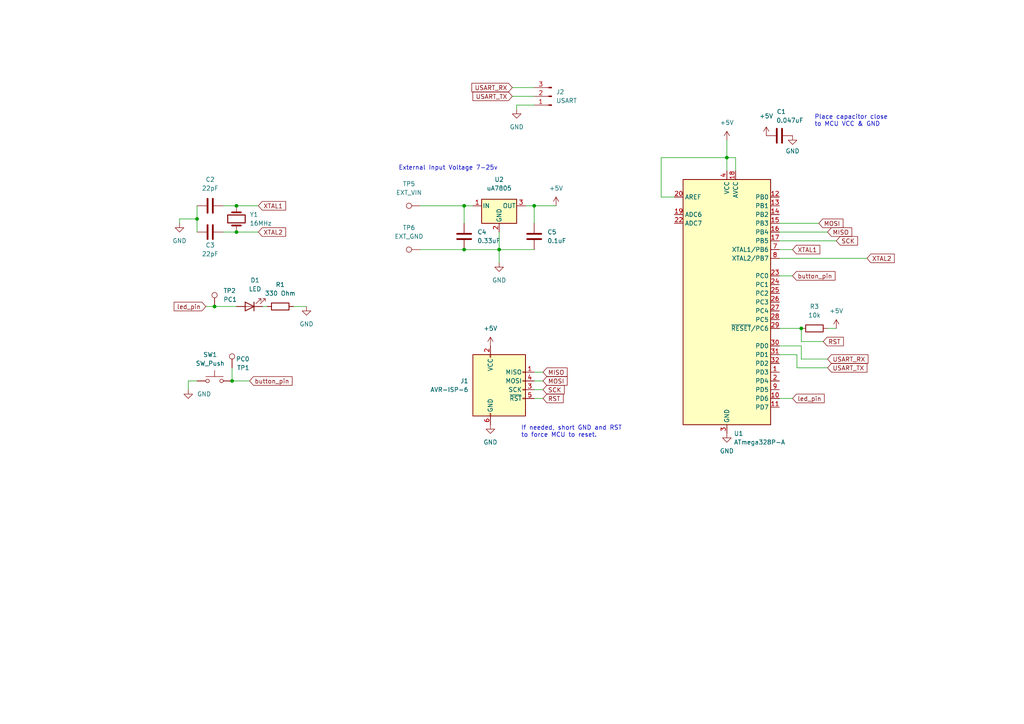
<source format=kicad_sch>
(kicad_sch (version 20211123) (generator eeschema)
  (paper "A4")
  (lib_symbols
    (symbol "Connector:AVR-ISP-6" (pin_names (offset 1.016))
      (property "Reference" "J" (at -6.35 11.43 0))
      (property "Value" "AVR-ISP-6" (at 0 11.43 0))
      (symbol "AVR-ISP-6_0_1"
        (rectangle (start -2.667 -6.858) (end -2.413 -7.62))
        (rectangle (start -2.667 10.16) (end -2.413 9.398))
        (rectangle (start 7.62 -2.413) (end 6.858 -2.667))
        (rectangle (start 7.62 0.127) (end 6.858 -0.127))
        (rectangle (start 7.62 2.667) (end 6.858 2.413))
        (rectangle (start 7.62 5.207) (end 6.858 4.953))
        (rectangle (start 7.62 10.16) (end -7.62 -7.62) (stroke (width 0.254)) (fill (type background)))
      )
      (symbol "AVR-ISP-6_1_1"
        (pin passive line (at 10.16 5.08 180) (length 2.54) (name "MISO") (number "1"))
        (pin passive line (at -2.54 12.7 270) (length 2.54) (name "VCC") (number "2"))
        (pin passive line (at 10.16 0 180) (length 2.54) (name "SCK") (number "3"))
        (pin passive line (at 10.16 2.54 180) (length 2.54) (name "MOSI") (number "4"))
        (pin passive line (at 10.16 -2.54 180) (length 2.54) (name "~{RST}") (number "5"))
        (pin passive line (at -2.54 -10.16 90) (length 2.54) (name "GND") (number "6"))
      )
    )
    (symbol "Connector:Conn_01x03_Male" (pin_names (offset 1.016) hide)
      (property "Reference" "J" (at 0 5.08 0))
      (property "Value" "Conn_01x03_Male" (at 0 -5.08 0))
      (symbol "Conn_01x03_Male_1_1"
        (polyline (pts (xy 1.27 -2.54) (xy 0.8636 -2.54)) (stroke (width 0.1524)))
        (polyline (pts (xy 1.27 0) (xy 0.8636 0)) (stroke (width 0.1524)))
        (polyline (pts (xy 1.27 2.54) (xy 0.8636 2.54)) (stroke (width 0.1524)))
        (rectangle (start 0.8636 -2.413) (end 0 -2.667) (stroke (width 0.1524)) (fill (type outline)))
        (rectangle (start 0.8636 0.127) (end 0 -0.127) (stroke (width 0.1524)) (fill (type outline)))
        (rectangle (start 0.8636 2.667) (end 0 2.413) (stroke (width 0.1524)) (fill (type outline)))
        (pin passive line (at 5.08 2.54 180) (length 3.81) (name "Pin_1") (number "1"))
        (pin passive line (at 5.08 0 180) (length 3.81) (name "Pin_2") (number "2"))
        (pin passive line (at 5.08 -2.54 180) (length 3.81) (name "Pin_3") (number "3"))
      )
    )
    (symbol "Connector:TestPoint" (pin_numbers hide) (pin_names (offset 0.762) hide)
      (property "Reference" "TP" (at 0 6.858 0))
      (property "Value" "TestPoint" (at 0 5.08 0))
      (symbol "TestPoint_0_1"
        (circle (center 0 3.302) (radius 0.762))
      )
      (symbol "TestPoint_1_1"
        (pin passive line (at 0 0 90) (length 2.54) (name "1") (number "1"))
      )
    )
    (symbol "Device:C" (pin_numbers hide) (pin_names (offset 0.254))
      (property "Reference" "C" (at 0.635 2.54 0))
      (property "Value" "C" (at 0.635 -2.54 0))
      (symbol "C_0_1"
        (polyline (pts (xy -2.032 -0.762) (xy 2.032 -0.762)) (stroke (width 0.508)))
        (polyline (pts (xy -2.032 0.762) (xy 2.032 0.762)) (stroke (width 0.508)))
      )
      (symbol "C_1_1"
        (pin passive line (at 0 3.81 270) (length 2.794) (name "~") (number "1"))
        (pin passive line (at 0 -3.81 90) (length 2.794) (name "~") (number "2"))
      )
    )
    (symbol "Device:Crystal" (pin_numbers hide) (pin_names (offset 1.016) hide)
      (property "Reference" "Y" (at 0 3.81 0))
      (property "Value" "Crystal" (at 0 -3.81 0))
      (symbol "Crystal_0_1"
        (rectangle (start -1.143 2.54) (end 1.143 -2.54) (stroke (width 0.3048)))
        (polyline (pts (xy -2.54 0) (xy -1.905 0)))
        (polyline (pts (xy -1.905 -1.27) (xy -1.905 1.27)) (stroke (width 0.508)))
        (polyline (pts (xy 1.905 -1.27) (xy 1.905 1.27)) (stroke (width 0.508)))
        (polyline (pts (xy 2.54 0) (xy 1.905 0)))
      )
      (symbol "Crystal_1_1"
        (pin passive line (at -3.81 0 0) (length 1.27) (name "1") (number "1"))
        (pin passive line (at 3.81 0 180) (length 1.27) (name "2") (number "2"))
      )
    )
    (symbol "Device:LED" (pin_numbers hide) (pin_names (offset 1.016) hide)
      (property "Reference" "D" (at 0 2.54 0))
      (property "Value" "LED" (at 0 -2.54 0))
      (symbol "LED_0_1"
        (polyline (pts (xy -1.27 -1.27) (xy -1.27 1.27)) (stroke (width 0.254)))
        (polyline (pts (xy -1.27 0) (xy 1.27 0)))
        (polyline (pts (xy 1.27 -1.27) (xy 1.27 1.27) (xy -1.27 0) (xy 1.27 -1.27)) (stroke (width 0.254)))
        (polyline (pts (xy -3.048 -0.762) (xy -4.572 -2.286) (xy -3.81 -2.286) (xy -4.572 -2.286) (xy -4.572 -1.524)))
        (polyline (pts (xy -1.778 -0.762) (xy -3.302 -2.286) (xy -2.54 -2.286) (xy -3.302 -2.286) (xy -3.302 -1.524)))
      )
      (symbol "LED_1_1"
        (pin passive line (at -3.81 0 0) (length 2.54) (name "K") (number "1"))
        (pin passive line (at 3.81 0 180) (length 2.54) (name "A") (number "2"))
      )
    )
    (symbol "Device:R" (pin_numbers hide) (pin_names (offset 0))
      (property "Reference" "R" (at 2.032 0 90))
      (property "Value" "R" (at 0 0 90))
      (symbol "R_0_1"
        (rectangle (start -1.016 -2.54) (end 1.016 2.54) (stroke (width 0.254)))
      )
      (symbol "R_1_1"
        (pin passive line (at 0 3.81 270) (length 1.27) (name "~") (number "1"))
        (pin passive line (at 0 -3.81 90) (length 1.27) (name "~") (number "2"))
      )
    )
    (symbol "MCU_Microchip_ATmega:ATmega328P-A"
      (property "Reference" "U" (at -12.7 36.83 0))
      (property "Value" "ATmega328P-A" (at 2.54 -36.83 0))
      (symbol "ATmega328P-A_0_1"
        (rectangle (start -12.7 -35.56) (end 12.7 35.56) (stroke (width 0.254)) (fill (type background)))
      )
      (symbol "ATmega328P-A_1_1"
        (pin bidirectional line (at 15.24 -20.32 180) (length 2.54) (name "PD3") (number "1"))
        (pin bidirectional line (at 15.24 -27.94 180) (length 2.54) (name "PD6") (number "10"))
        (pin bidirectional line (at 15.24 -30.48 180) (length 2.54) (name "PD7") (number "11"))
        (pin bidirectional line (at 15.24 30.48 180) (length 2.54) (name "PB0") (number "12"))
        (pin bidirectional line (at 15.24 27.94 180) (length 2.54) (name "PB1") (number "13"))
        (pin bidirectional line (at 15.24 25.4 180) (length 2.54) (name "PB2") (number "14"))
        (pin bidirectional line (at 15.24 22.86 180) (length 2.54) (name "PB3") (number "15"))
        (pin bidirectional line (at 15.24 20.32 180) (length 2.54) (name "PB4") (number "16"))
        (pin bidirectional line (at 15.24 17.78 180) (length 2.54) (name "PB5") (number "17"))
        (pin power_in line (at 2.54 38.1 270) (length 2.54) (name "AVCC") (number "18"))
        (pin input line (at -15.24 25.4 0) (length 2.54) (name "ADC6") (number "19"))
        (pin bidirectional line (at 15.24 -22.86 180) (length 2.54) (name "PD4") (number "2"))
        (pin passive line (at -15.24 30.48 0) (length 2.54) (name "AREF") (number "20"))
        (pin passive line (at 0 -38.1 90) (length 2.54) hide (name "GND") (number "21"))
        (pin input line (at -15.24 22.86 0) (length 2.54) (name "ADC7") (number "22"))
        (pin bidirectional line (at 15.24 7.62 180) (length 2.54) (name "PC0") (number "23"))
        (pin bidirectional line (at 15.24 5.08 180) (length 2.54) (name "PC1") (number "24"))
        (pin bidirectional line (at 15.24 2.54 180) (length 2.54) (name "PC2") (number "25"))
        (pin bidirectional line (at 15.24 0 180) (length 2.54) (name "PC3") (number "26"))
        (pin bidirectional line (at 15.24 -2.54 180) (length 2.54) (name "PC4") (number "27"))
        (pin bidirectional line (at 15.24 -5.08 180) (length 2.54) (name "PC5") (number "28"))
        (pin bidirectional line (at 15.24 -7.62 180) (length 2.54) (name "~{RESET}/PC6") (number "29"))
        (pin power_in line (at 0 -38.1 90) (length 2.54) (name "GND") (number "3"))
        (pin bidirectional line (at 15.24 -12.7 180) (length 2.54) (name "PD0") (number "30"))
        (pin bidirectional line (at 15.24 -15.24 180) (length 2.54) (name "PD1") (number "31"))
        (pin bidirectional line (at 15.24 -17.78 180) (length 2.54) (name "PD2") (number "32"))
        (pin power_in line (at 0 38.1 270) (length 2.54) (name "VCC") (number "4"))
        (pin passive line (at 0 -38.1 90) (length 2.54) hide (name "GND") (number "5"))
        (pin passive line (at 0 38.1 270) (length 2.54) hide (name "VCC") (number "6"))
        (pin bidirectional line (at 15.24 15.24 180) (length 2.54) (name "XTAL1/PB6") (number "7"))
        (pin bidirectional line (at 15.24 12.7 180) (length 2.54) (name "XTAL2/PB7") (number "8"))
        (pin bidirectional line (at 15.24 -25.4 180) (length 2.54) (name "PD5") (number "9"))
      )
    )
    (symbol "Regulator_Linear:uA7805" (pin_names (offset 0.254))
      (property "Reference" "U" (at -3.81 3.175 0))
      (property "Value" "uA7805" (at 0 3.175 0))
      (symbol "uA7805_0_1"
        (rectangle (start -5.08 1.905) (end 5.08 -5.08) (stroke (width 0.254)) (fill (type background)))
      )
      (symbol "uA7805_1_1"
        (pin power_in line (at -7.62 0 0) (length 2.54) (name "IN") (number "1"))
        (pin power_in line (at 0 -7.62 90) (length 2.54) (name "GND") (number "2"))
        (pin power_out line (at 7.62 0 180) (length 2.54) (name "OUT") (number "3"))
      )
    )
    (symbol "Switch:SW_Push" (pin_numbers hide) (pin_names (offset 1.016) hide)
      (property "Reference" "SW" (at 1.27 2.54 0))
      (property "Value" "SW_Push" (at 0 -1.524 0))
      (symbol "SW_Push_0_1"
        (circle (center -2.032 0) (radius 0.508))
        (polyline (pts (xy 0 1.27) (xy 0 3.048)))
        (polyline (pts (xy 2.54 1.27) (xy -2.54 1.27)))
        (circle (center 2.032 0) (radius 0.508))
        (pin passive line (at -5.08 0 0) (length 2.54) (name "1") (number "1"))
        (pin passive line (at 5.08 0 180) (length 2.54) (name "2") (number "2"))
      )
    )
    (symbol "power:+5V" (power) (pin_names (offset 0))
      (property "Value" "+5V" (at 0 3.556 0))
      (symbol "+5V_0_1"
        (polyline (pts (xy -0.762 1.27) (xy 0 2.54)))
        (polyline (pts (xy 0 0) (xy 0 2.54)))
        (polyline (pts (xy 0 2.54) (xy 0.762 1.27)))
      )
      (symbol "+5V_1_1"
        (pin power_in line (at 0 0 90) (length 0) hide (name "+5V") (number "1"))
      )
    )
    (symbol "power:GND" (power) (pin_names (offset 0))
      (property "Value" "GND" (at 0 -3.81 0))
      (symbol "GND_0_1"
        (polyline (pts (xy 0 0) (xy 0 -1.27) (xy 1.27 -1.27) (xy 0 -2.54) (xy -1.27 -1.27) (xy 0 -1.27)))
      )
      (symbol "GND_1_1"
        (pin power_in line (at 0 0 270) (length 0) hide (name "GND") (number "1"))
      )
    )
  )
  (junction (at 68.58 59.69))
  (junction (at 232.41 95.25))
  (junction (at 134.62 72.39))
  (junction (at 57.15 63.5))
  (junction (at 134.62 59.69))
  (junction (at 68.58 67.31))
  (junction (at 67.31 110.49))
  (junction (at 144.78 72.39))
  (junction (at 62.23 88.9))
  (junction (at 210.82 45.72))
  (junction (at 154.94 59.69))
  (wire (pts (xy 148.59 25.4) (xy 154.94 25.4)))
  (wire (pts (xy 144.78 67.31) (xy 144.78 72.39)))
  (wire (pts (xy 67.31 110.49) (xy 67.31 106.68)))
  (wire (pts (xy 134.62 59.69) (xy 137.16 59.69)))
  (wire (pts (xy 154.94 59.69) (xy 152.4 59.69)))
  (wire (pts (xy 195.58 57.15) (xy 191.77 57.15)))
  (wire (pts (xy 226.06 80.01) (xy 229.87 80.01)))
  (wire (pts (xy 154.94 115.57) (xy 157.48 115.57)))
  (wire (pts (xy 68.58 59.69) (xy 74.93 59.69)))
  (wire (pts (xy 149.86 30.48) (xy 149.86 31.75)))
  (wire (pts (xy 54.61 110.49) (xy 54.61 113.03)))
  (wire (pts (xy 154.94 59.69) (xy 161.29 59.69)))
  (wire (pts (xy 67.31 110.49) (xy 72.39 110.49)))
  (wire (pts (xy 240.03 106.68) (xy 231.14 106.68)))
  (wire (pts (xy 210.82 40.64) (xy 210.82 45.72)))
  (wire (pts (xy 76.2 88.9) (xy 77.47 88.9)))
  (wire (pts (xy 226.06 64.77) (xy 237.49 64.77)))
  (wire (pts (xy 226.06 69.85) (xy 242.57 69.85)))
  (wire (pts (xy 62.23 88.9) (xy 68.58 88.9)))
  (wire (pts (xy 210.82 45.72) (xy 210.82 49.53)))
  (wire (pts (xy 226.06 74.93) (xy 251.46 74.93)))
  (wire (pts (xy 154.94 107.95) (xy 157.48 107.95)))
  (wire (pts (xy 240.03 95.25) (xy 242.57 95.25)))
  (wire (pts (xy 121.92 59.69) (xy 134.62 59.69)))
  (wire (pts (xy 52.07 64.77) (xy 52.07 63.5)))
  (wire (pts (xy 226.06 100.33) (xy 232.41 100.33)))
  (wire (pts (xy 64.77 59.69) (xy 68.58 59.69)))
  (wire (pts (xy 57.15 59.69) (xy 57.15 63.5)))
  (wire (pts (xy 144.78 72.39) (xy 154.94 72.39)))
  (wire (pts (xy 154.94 30.48) (xy 149.86 30.48)))
  (wire (pts (xy 54.61 110.49) (xy 57.15 110.49)))
  (wire (pts (xy 59.69 88.9) (xy 62.23 88.9)))
  (wire (pts (xy 121.92 72.39) (xy 134.62 72.39)))
  (wire (pts (xy 213.36 49.53) (xy 213.36 45.72)))
  (wire (pts (xy 64.77 67.31) (xy 68.58 67.31)))
  (wire (pts (xy 144.78 72.39) (xy 144.78 76.2)))
  (wire (pts (xy 148.59 27.94) (xy 154.94 27.94)))
  (wire (pts (xy 232.41 104.14) (xy 240.03 104.14)))
  (wire (pts (xy 213.36 45.72) (xy 210.82 45.72)))
  (wire (pts (xy 68.58 67.31) (xy 74.93 67.31)))
  (wire (pts (xy 226.06 115.57) (xy 229.87 115.57)))
  (wire (pts (xy 154.94 110.49) (xy 157.48 110.49)))
  (wire (pts (xy 232.41 95.25) (xy 232.41 99.06)))
  (wire (pts (xy 232.41 100.33) (xy 232.41 104.14)))
  (wire (pts (xy 52.07 63.5) (xy 57.15 63.5)))
  (wire (pts (xy 154.94 113.03) (xy 157.48 113.03)))
  (wire (pts (xy 85.09 88.9) (xy 88.9 88.9)))
  (wire (pts (xy 191.77 45.72) (xy 210.82 45.72)))
  (wire (pts (xy 134.62 72.39) (xy 144.78 72.39)))
  (wire (pts (xy 231.14 106.68) (xy 231.14 102.87)))
  (wire (pts (xy 226.06 72.39) (xy 229.87 72.39)))
  (wire (pts (xy 134.62 64.77) (xy 134.62 59.69)))
  (wire (pts (xy 154.94 64.77) (xy 154.94 59.69)))
  (wire (pts (xy 231.14 102.87) (xy 226.06 102.87)))
  (wire (pts (xy 226.06 95.25) (xy 232.41 95.25)))
  (wire (pts (xy 232.41 99.06) (xy 238.76 99.06)))
  (wire (pts (xy 191.77 57.15) (xy 191.77 45.72)))
  (wire (pts (xy 57.15 63.5) (xy 57.15 67.31)))
  (wire (pts (xy 226.06 67.31) (xy 240.03 67.31)))
  (text "External Input Voltage 7-25v" (at 115.57 49.53 0) (effects (font (size 1.27 1.27)) (justify left bottom)))
  (text "Place capacitor close\nto MCU VCC & GND" (at 236.22 36.83 0) (effects (font (size 1.27 1.27)) (justify left bottom)))
  (text "If needed, short GND and RST\nto force MCU to reset." (at 151.13 127 0) (effects (font (size 1.27 1.27)) (justify left bottom)))
  (global_label "MOSI" (shape input) (at 237.49 64.77 0) (property "Intersheet References" "${INTERSHEET_REFS}" (effects hide)))
  (global_label "led_pin" (shape input) (at 229.87 115.57 0) (property "Intersheet References" "${INTERSHEET_REFS}" (effects hide)))
  (global_label "RST" (shape input) (at 157.48 115.57 0) (property "Intersheet References" "${INTERSHEET_REFS}" (effects hide)))
  (global_label "SCK" (shape input) (at 242.57 69.85 0) (property "Intersheet References" "${INTERSHEET_REFS}" (effects hide)))
  (global_label "XTAL2" (shape input) (at 74.93 67.31 0) (property "Intersheet References" "${INTERSHEET_REFS}" (effects hide)))
  (global_label "MOSI" (shape input) (at 157.48 110.49 0) (property "Intersheet References" "${INTERSHEET_REFS}" (effects hide)))
  (global_label "MISO" (shape input) (at 157.48 107.95 0) (property "Intersheet References" "${INTERSHEET_REFS}" (effects hide)))
  (global_label "XTAL1" (shape input) (at 229.87 72.39 0) (property "Intersheet References" "${INTERSHEET_REFS}" (effects hide)))
  (global_label "XTAL1" (shape input) (at 74.93 59.69 0) (property "Intersheet References" "${INTERSHEET_REFS}" (effects hide)))
  (global_label "USART_TX" (shape input) (at 240.03 106.68 0) (property "Intersheet References" "${INTERSHEET_REFS}" (effects hide)))
  (global_label "SCK" (shape input) (at 157.48 113.03 0) (property "Intersheet References" "${INTERSHEET_REFS}" (effects hide)))
  (global_label "MISO" (shape input) (at 240.03 67.31 0) (property "Intersheet References" "${INTERSHEET_REFS}" (effects hide)))
  (global_label "USART_RX" (shape input) (at 240.03 104.14 0) (property "Intersheet References" "${INTERSHEET_REFS}" (effects hide)))
  (global_label "RST" (shape input) (at 238.76 99.06 0) (property "Intersheet References" "${INTERSHEET_REFS}" (effects hide)))
  (global_label "led_pin" (shape input) (at 59.69 88.9 180) (property "Intersheet References" "${INTERSHEET_REFS}" (effects hide)))
  (global_label "button_pin" (shape input) (at 229.87 80.01 0) (property "Intersheet References" "${INTERSHEET_REFS}" (effects hide)))
  (global_label "button_pin" (shape input) (at 72.39 110.49 0) (property "Intersheet References" "${INTERSHEET_REFS}" (effects hide)))
  (global_label "USART_RX" (shape input) (at 148.59 25.4 180) (property "Intersheet References" "${INTERSHEET_REFS}" (effects hide)))
  (global_label "USART_TX" (shape input) (at 148.59 27.94 180) (property "Intersheet References" "${INTERSHEET_REFS}" (effects hide)))
  (global_label "XTAL2" (shape input) (at 251.46 74.93 0) (property "Intersheet References" "${INTERSHEET_REFS}" (effects hide)))
  (symbol (lib_id "power:GND") (at 144.78 76.2 0) (unit 1)
    (property "Reference" "#PWR0113" (effects hide))
    (property "Value" "GND" (at 144.78 81.28 0))
  )
  (symbol (lib_id "MCU_Microchip_ATmega:ATmega328P-A") (at 210.82 87.63 0) (unit 1)
    (property "Reference" "U1" (at 212.8394 125.73 0) (effects (justify left)))
    (property "Value" "ATmega328P-A" (at 212.8394 128.27 0) (effects (justify left)))
    (property "Footprint" "Package_QFP:TQFP-32_7x7mm_P0.8mm" (effects hide))
    (property "Datasheet" "http://ww1.microchip.com/downloads/en/DeviceDoc/ATmega328_P%20AVR%20MCU%20with%20picoPower%20Technology%20Data%20Sheet%2040001984A.pdf" (effects hide))
  )
  (symbol (lib_id "Regulator_Linear:uA7805") (at 144.78 59.69 0) (unit 1)
    (property "Reference" "U2" (at 144.78 52.07 0))
    (property "Value" "uA7805" (at 144.78 54.61 0))
    (property "Footprint" "Package_TO_SOT_SMD:SOT-223" (effects hide))
    (property "Datasheet" "http://www.ti.com/lit/ds/symlink/ua78.pdf" (effects hide))
  )
  (symbol (lib_id "Device:C") (at 60.96 59.69 90) (unit 1)
    (property "Reference" "C2" (at 60.96 52.07 90))
    (property "Value" "22pF" (at 60.96 54.61 90))
    (property "Footprint" "Capacitor_SMD:C_0603_1608Metric_Pad1.08x0.95mm_HandSolder" (effects hide))
  )
  (symbol (lib_id "power:+5V") (at 242.57 95.25 0) (unit 1)
    (property "Reference" "#PWR0106" (effects hide))
    (property "Value" "+5V" (at 242.57 90.17 0))
  )
  (symbol (lib_id "Device:R") (at 236.22 95.25 90) (unit 1)
    (property "Reference" "R3" (at 236.22 88.9 90))
    (property "Value" "10k" (at 236.22 91.44 90))
    (property "Footprint" "Resistor_SMD:R_0603_1608Metric_Pad0.98x0.95mm_HandSolder" (effects hide))
  )
  (symbol (lib_id "Device:LED") (at 72.39 88.9 180) (unit 1)
    (property "Reference" "D1" (at 73.9775 81.28 0))
    (property "Value" "LED" (at 73.9775 83.82 0))
    (property "Footprint" "LED_SMD:LED_1206_3216Metric_Pad1.42x1.75mm_HandSolder" (effects hide))
  )
  (symbol (lib_id "power:GND") (at 52.07 64.77 0) (unit 1)
    (property "Reference" "#PWR0110" (effects hide))
    (property "Value" "GND" (at 52.07 69.85 0))
  )
  (symbol (lib_id "power:GND") (at 88.9 88.9 0) (unit 1)
    (property "Reference" "#PWR0103" (effects hide))
    (property "Value" "GND" (at 88.9 93.98 0))
  )
  (symbol (lib_id "power:GND") (at 142.24 123.19 0) (unit 1)
    (property "Reference" "#PWR0102" (effects hide))
    (property "Value" "GND" (at 142.24 128.27 0))
  )
  (symbol (lib_id "power:GND") (at 54.61 113.03 0) (unit 1)
    (property "Reference" "#PWR0104" (effects hide))
    (property "Value" "GND" (at 57.15 114.2999 0) (effects (justify left)))
  )
  (symbol (lib_id "Device:C") (at 60.96 67.31 270) (unit 1)
    (property "Reference" "C3" (at 60.96 71.12 90))
    (property "Value" "22pF" (at 60.96 73.66 90))
    (property "Footprint" "Capacitor_SMD:C_0603_1608Metric_Pad1.08x0.95mm_HandSolder" (effects hide))
  )
  (symbol (lib_id "power:GND") (at 229.87 39.37 0) (unit 1)
    (property "Reference" "#PWR0109" (effects hide))
    (property "Value" "GND" (at 229.87 43.815 0))
  )
  (symbol (lib_id "Device:C") (at 226.06 39.37 90) (unit 1)
    (property "Reference" "C1" (at 227.965 32.385 90) (effects (justify left)))
    (property "Value" "0.047uF" (at 233.045 34.925 90) (effects (justify left)))
    (property "Footprint" "Capacitor_SMD:C_0603_1608Metric_Pad1.08x0.95mm_HandSolder" (effects hide))
  )
  (symbol (lib_id "Connector:TestPoint") (at 62.23 88.9 0) (unit 1)
    (property "Reference" "TP2" (at 64.77 84.3279 0) (effects (justify left)))
    (property "Value" "PC1" (at 64.77 86.8679 0) (effects (justify left)))
    (property "Footprint" "TestPoint:TestPoint_Pad_1.0x1.0mm" (effects hide))
  )
  (symbol (lib_id "Device:C") (at 154.94 68.58 0) (unit 1)
    (property "Reference" "C5" (at 158.75 67.3099 0) (effects (justify left)))
    (property "Value" "0.1uF" (at 158.75 69.8499 0) (effects (justify left)))
    (property "Footprint" "Capacitor_SMD:C_0603_1608Metric_Pad1.08x0.95mm_HandSolder" (effects hide))
  )
  (symbol (lib_id "Device:C") (at 134.62 68.58 0) (unit 1)
    (property "Reference" "C4" (at 138.43 67.3099 0) (effects (justify left)))
    (property "Value" "0.33uF" (at 138.43 69.8499 0) (effects (justify left)))
    (property "Footprint" "Capacitor_SMD:C_0603_1608Metric_Pad1.08x0.95mm_HandSolder" (effects hide))
  )
  (symbol (lib_id "power:+5V") (at 210.82 40.64 0) (unit 1)
    (property "Reference" "#PWR0107" (effects hide))
    (property "Value" "+5V" (at 210.82 35.56 0))
  )
  (symbol (lib_id "power:+5V") (at 161.29 59.69 0) (unit 1)
    (property "Reference" "#PWR0112" (effects hide))
    (property "Value" "+5V" (at 161.29 54.61 0))
  )
  (symbol (lib_id "Connector:TestPoint") (at 121.92 72.39 90) (unit 1)
    (property "Reference" "TP6" (at 118.618 66.04 90))
    (property "Value" "EXT_GND" (at 118.618 68.58 90))
    (property "Footprint" "TestPoint:TestPoint_Plated_Hole_D4.0mm" (effects hide))
  )
  (symbol (lib_id "Connector:AVR-ISP-6") (at 144.78 113.03 0) (unit 1)
    (property "Reference" "J1" (at 135.89 110.4899 0) (effects (justify right)))
    (property "Value" "AVR-ISP-6" (at 135.89 113.0299 0) (effects (justify right)))
    (property "Footprint" "Connector_PinHeader_2.54mm:PinHeader_2x03_P2.54mm_Vertical" (effects hide))
    (property "Datasheet" " ~" (effects hide))
  )
  (symbol (lib_id "power:+5V") (at 222.25 39.37 0) (unit 1)
    (property "Reference" "#PWR0108" (effects hide))
    (property "Value" "+5V" (at 222.25 33.655 0))
  )
  (symbol (lib_id "power:+5V") (at 142.24 100.33 0) (unit 1)
    (property "Reference" "#PWR0101" (effects hide))
    (property "Value" "+5V" (at 142.24 95.25 0))
  )
  (symbol (lib_id "Device:Crystal") (at 68.58 63.5 270) (unit 1)
    (property "Reference" "Y1" (at 72.39 62.2299 90) (effects (justify left)))
    (property "Value" "16MHz" (at 72.39 64.7699 90) (effects (justify left)))
    (property "Footprint" "Crystal:Crystal_HC49-4H_Vertical" (effects hide))
  )
  (symbol (lib_id "Connector:TestPoint") (at 121.92 59.69 90) (unit 1)
    (property "Reference" "TP5" (at 118.618 53.34 90))
    (property "Value" "EXT_VIN" (at 118.618 55.88 90))
    (property "Footprint" "TestPoint:TestPoint_Plated_Hole_D4.0mm" (effects hide))
  )
  (symbol (lib_id "power:GND") (at 149.86 31.75 0) (unit 1)
    (property "Reference" "#PWR0111" (effects hide))
    (property "Value" "GND" (at 149.86 36.83 0))
  )
  (symbol (lib_id "Connector:Conn_01x03_Male") (at 160.02 27.94 180) (unit 1)
    (property "Reference" "J2" (at 161.29 26.6699 0) (effects (justify right)))
    (property "Value" "USART" (at 161.29 29.2099 0) (effects (justify right)))
    (property "Footprint" "Connector_PinHeader_2.54mm:PinHeader_1x03_P2.54mm_Vertical" (effects hide))
  )
  (symbol (lib_id "Device:R") (at 81.28 88.9 270) (unit 1)
    (property "Reference" "R1" (at 81.28 82.55 90))
    (property "Value" "330 Ohm" (at 81.28 85.09 90))
    (property "Footprint" "Resistor_SMD:R_0603_1608Metric_Pad0.98x0.95mm_HandSolder" (effects hide))
  )
  (symbol (lib_id "Connector:TestPoint") (at 67.31 106.68 0) (unit 1)
    (property "Reference" "TP1" (at 72.39 106.68 0) (effects (justify right)))
    (property "Value" "PC0" (at 72.39 104.14 0) (effects (justify right)))
    (property "Footprint" "TestPoint:TestPoint_Pad_1.0x1.0mm" (effects hide))
  )
  (symbol (lib_id "Switch:SW_Push") (at 62.23 110.49 0) (unit 1)
    (property "Reference" "SW1" (at 60.96 102.87 0))
    (property "Value" "SW_Push" (at 60.96 105.41 0))
    (property "Footprint" "Button_Switch_THT:SW_PUSH_6mm_H7.3mm" (effects hide))
  )
  (symbol (lib_id "power:GND") (at 210.82 125.73 0) (unit 1)
    (property "Reference" "#PWR0105" (effects hide))
    (property "Value" "GND" (at 210.82 130.81 0))
  )
)
</source>
